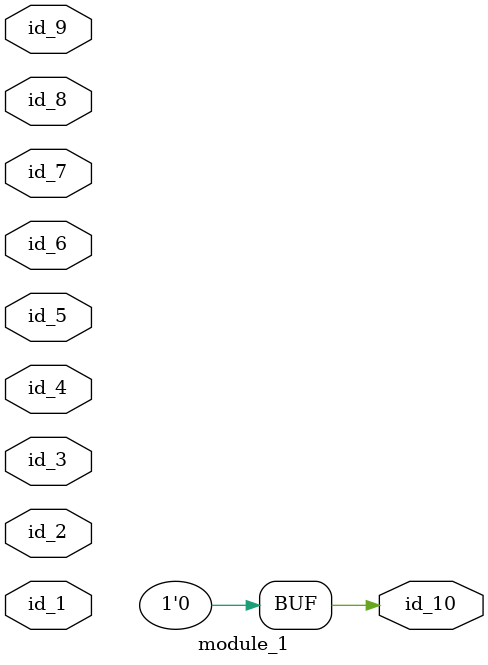
<source format=v>
module module_0 #(
    parameter id_1 = 32'd65
);
  wire _id_1;
  wire [id_1 : id_1] id_2;
endmodule
module module_1 (
    id_1,
    id_2,
    id_3,
    id_4,
    id_5,
    id_6,
    id_7,
    id_8,
    id_9,
    id_10
);
  output reg id_10;
  inout wire id_9;
  input wire id_8;
  input wire id_7;
  module_0 modCall_1 ();
  inout wire id_6;
  input wire id_5;
  input wire id_4;
  inout wire id_3;
  input wire id_2;
  input wire id_1;
  always id_10 = #id_11 "";
endmodule

</source>
